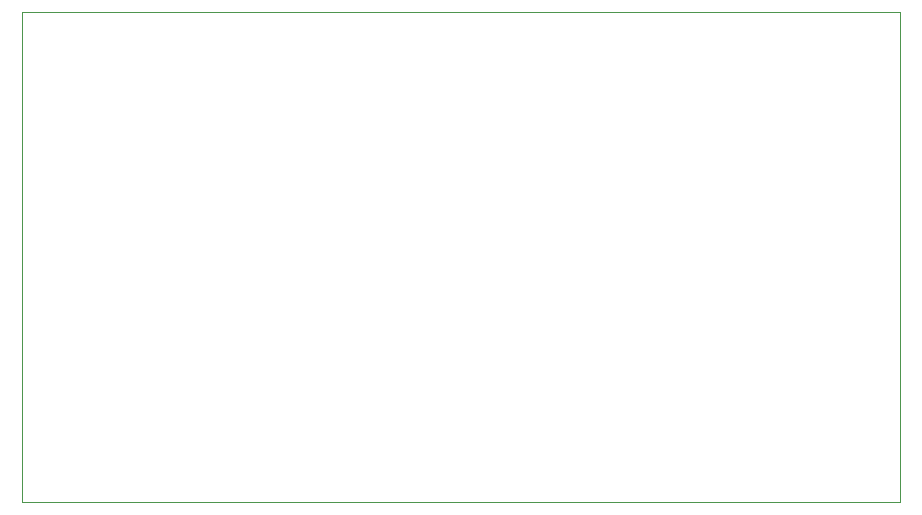
<source format=gbr>
%TF.GenerationSoftware,KiCad,Pcbnew,8.0.0*%
%TF.CreationDate,2024-03-27T12:37:06-02:30*%
%TF.ProjectId,test-receiver,74657374-2d72-4656-9365-697665722e6b,rev?*%
%TF.SameCoordinates,Original*%
%TF.FileFunction,Profile,NP*%
%FSLAX46Y46*%
G04 Gerber Fmt 4.6, Leading zero omitted, Abs format (unit mm)*
G04 Created by KiCad (PCBNEW 8.0.0) date 2024-03-27 12:37:06*
%MOMM*%
%LPD*%
G01*
G04 APERTURE LIST*
%TA.AperFunction,Profile*%
%ADD10C,0.050000*%
%TD*%
G04 APERTURE END LIST*
D10*
X101715000Y-52290000D02*
X176035000Y-52290000D01*
X176035000Y-93780000D01*
X101715000Y-93780000D01*
X101715000Y-52290000D01*
M02*

</source>
